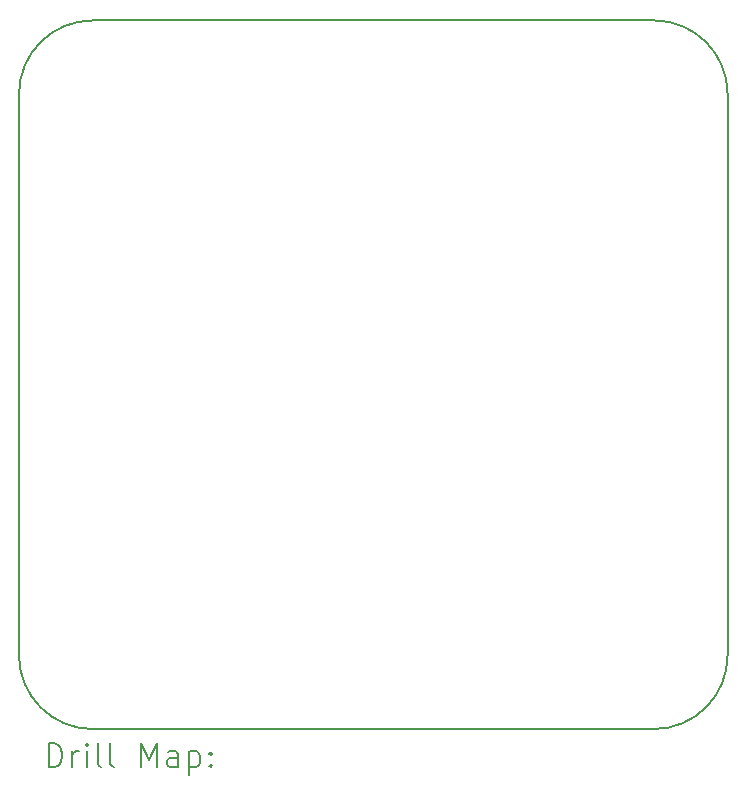
<source format=gbr>
%TF.GenerationSoftware,KiCad,Pcbnew,7.0.8*%
%TF.CreationDate,2023-11-20T10:49:16-05:00*%
%TF.ProjectId,StackLight,53746163-6b4c-4696-9768-742e6b696361,rev?*%
%TF.SameCoordinates,Original*%
%TF.FileFunction,Drillmap*%
%TF.FilePolarity,Positive*%
%FSLAX45Y45*%
G04 Gerber Fmt 4.5, Leading zero omitted, Abs format (unit mm)*
G04 Created by KiCad (PCBNEW 7.0.8) date 2023-11-20 10:49:16*
%MOMM*%
%LPD*%
G01*
G04 APERTURE LIST*
%ADD10C,0.200000*%
G04 APERTURE END LIST*
D10*
X16575000Y-7400000D02*
X16575000Y-12150000D01*
X15950000Y-12775000D02*
X11200000Y-12775000D01*
X15950000Y-12775000D02*
G75*
G03*
X16575000Y-12150000I0J625000D01*
G01*
X10575000Y-12150000D02*
G75*
G03*
X11200000Y-12775000I625000J0D01*
G01*
X16575000Y-7400000D02*
G75*
G03*
X15950000Y-6775000I-625000J0D01*
G01*
X10575000Y-12150000D02*
X10575000Y-7400000D01*
X11200000Y-6775000D02*
G75*
G03*
X10575000Y-7400000I0J-625000D01*
G01*
X11200000Y-6775000D02*
X15950000Y-6775000D01*
X10825777Y-13096484D02*
X10825777Y-12896484D01*
X10825777Y-12896484D02*
X10873396Y-12896484D01*
X10873396Y-12896484D02*
X10901967Y-12906008D01*
X10901967Y-12906008D02*
X10921015Y-12925055D01*
X10921015Y-12925055D02*
X10930539Y-12944103D01*
X10930539Y-12944103D02*
X10940063Y-12982198D01*
X10940063Y-12982198D02*
X10940063Y-13010769D01*
X10940063Y-13010769D02*
X10930539Y-13048865D01*
X10930539Y-13048865D02*
X10921015Y-13067912D01*
X10921015Y-13067912D02*
X10901967Y-13086960D01*
X10901967Y-13086960D02*
X10873396Y-13096484D01*
X10873396Y-13096484D02*
X10825777Y-13096484D01*
X11025777Y-13096484D02*
X11025777Y-12963150D01*
X11025777Y-13001246D02*
X11035301Y-12982198D01*
X11035301Y-12982198D02*
X11044824Y-12972674D01*
X11044824Y-12972674D02*
X11063872Y-12963150D01*
X11063872Y-12963150D02*
X11082920Y-12963150D01*
X11149586Y-13096484D02*
X11149586Y-12963150D01*
X11149586Y-12896484D02*
X11140063Y-12906008D01*
X11140063Y-12906008D02*
X11149586Y-12915531D01*
X11149586Y-12915531D02*
X11159110Y-12906008D01*
X11159110Y-12906008D02*
X11149586Y-12896484D01*
X11149586Y-12896484D02*
X11149586Y-12915531D01*
X11273396Y-13096484D02*
X11254348Y-13086960D01*
X11254348Y-13086960D02*
X11244824Y-13067912D01*
X11244824Y-13067912D02*
X11244824Y-12896484D01*
X11378158Y-13096484D02*
X11359110Y-13086960D01*
X11359110Y-13086960D02*
X11349586Y-13067912D01*
X11349586Y-13067912D02*
X11349586Y-12896484D01*
X11606729Y-13096484D02*
X11606729Y-12896484D01*
X11606729Y-12896484D02*
X11673396Y-13039341D01*
X11673396Y-13039341D02*
X11740062Y-12896484D01*
X11740062Y-12896484D02*
X11740062Y-13096484D01*
X11921015Y-13096484D02*
X11921015Y-12991722D01*
X11921015Y-12991722D02*
X11911491Y-12972674D01*
X11911491Y-12972674D02*
X11892443Y-12963150D01*
X11892443Y-12963150D02*
X11854348Y-12963150D01*
X11854348Y-12963150D02*
X11835301Y-12972674D01*
X11921015Y-13086960D02*
X11901967Y-13096484D01*
X11901967Y-13096484D02*
X11854348Y-13096484D01*
X11854348Y-13096484D02*
X11835301Y-13086960D01*
X11835301Y-13086960D02*
X11825777Y-13067912D01*
X11825777Y-13067912D02*
X11825777Y-13048865D01*
X11825777Y-13048865D02*
X11835301Y-13029817D01*
X11835301Y-13029817D02*
X11854348Y-13020293D01*
X11854348Y-13020293D02*
X11901967Y-13020293D01*
X11901967Y-13020293D02*
X11921015Y-13010769D01*
X12016253Y-12963150D02*
X12016253Y-13163150D01*
X12016253Y-12972674D02*
X12035301Y-12963150D01*
X12035301Y-12963150D02*
X12073396Y-12963150D01*
X12073396Y-12963150D02*
X12092443Y-12972674D01*
X12092443Y-12972674D02*
X12101967Y-12982198D01*
X12101967Y-12982198D02*
X12111491Y-13001246D01*
X12111491Y-13001246D02*
X12111491Y-13058388D01*
X12111491Y-13058388D02*
X12101967Y-13077436D01*
X12101967Y-13077436D02*
X12092443Y-13086960D01*
X12092443Y-13086960D02*
X12073396Y-13096484D01*
X12073396Y-13096484D02*
X12035301Y-13096484D01*
X12035301Y-13096484D02*
X12016253Y-13086960D01*
X12197205Y-13077436D02*
X12206729Y-13086960D01*
X12206729Y-13086960D02*
X12197205Y-13096484D01*
X12197205Y-13096484D02*
X12187682Y-13086960D01*
X12187682Y-13086960D02*
X12197205Y-13077436D01*
X12197205Y-13077436D02*
X12197205Y-13096484D01*
X12197205Y-12972674D02*
X12206729Y-12982198D01*
X12206729Y-12982198D02*
X12197205Y-12991722D01*
X12197205Y-12991722D02*
X12187682Y-12982198D01*
X12187682Y-12982198D02*
X12197205Y-12972674D01*
X12197205Y-12972674D02*
X12197205Y-12991722D01*
M02*

</source>
